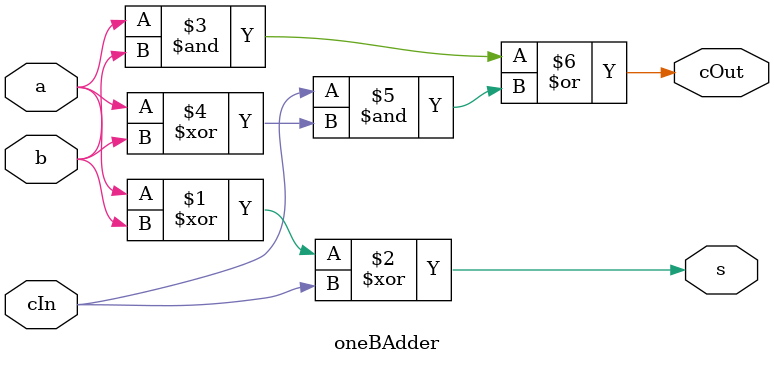
<source format=v>

module oneBAdder (
    input a, input b, input cIn, output s, output cOut
);
assign s = a ^ b ^ cIn;
assign cOut = (a & b) | (cIn & (a ^ b));
endmodule
</source>
